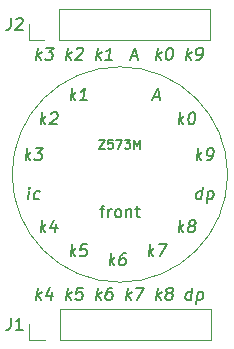
<source format=gbr>
%TF.GenerationSoftware,KiCad,Pcbnew,(6.0.8-1)-1*%
%TF.CreationDate,2022-12-31T23:42:21-07:00*%
%TF.ProjectId,Z573M-tube,5a353733-4d2d-4747-9562-652e6b696361,rev?*%
%TF.SameCoordinates,Original*%
%TF.FileFunction,Legend,Top*%
%TF.FilePolarity,Positive*%
%FSLAX46Y46*%
G04 Gerber Fmt 4.6, Leading zero omitted, Abs format (unit mm)*
G04 Created by KiCad (PCBNEW (6.0.8-1)-1) date 2022-12-31 23:42:21*
%MOMM*%
%LPD*%
G01*
G04 APERTURE LIST*
%ADD10C,0.203200*%
%ADD11C,0.150000*%
%ADD12C,0.152400*%
%ADD13C,0.120000*%
G04 APERTURE END LIST*
D10*
X158000669Y-66499619D02*
X158127669Y-65483619D01*
X158145812Y-66112571D02*
X158387717Y-66499619D01*
X158472384Y-65822285D02*
X158036955Y-66209333D01*
X158871526Y-66499619D02*
X159065050Y-66499619D01*
X159167860Y-66451238D01*
X159222288Y-66402857D01*
X159337193Y-66257714D01*
X159409765Y-66064190D01*
X159458145Y-65677142D01*
X159421860Y-65580380D01*
X159379526Y-65532000D01*
X159288812Y-65483619D01*
X159095288Y-65483619D01*
X158992479Y-65532000D01*
X158938050Y-65580380D01*
X158877574Y-65677142D01*
X158847336Y-65919047D01*
X158883622Y-66015809D01*
X158925955Y-66064190D01*
X159016669Y-66112571D01*
X159210193Y-66112571D01*
X159313003Y-66064190D01*
X159367431Y-66015809D01*
X159427907Y-65919047D01*
X155460669Y-66499619D02*
X155587669Y-65483619D01*
X155605812Y-66112571D02*
X155847717Y-66499619D01*
X155932384Y-65822285D02*
X155496955Y-66209333D01*
X156603669Y-65483619D02*
X156700431Y-65483619D01*
X156791145Y-65532000D01*
X156833479Y-65580380D01*
X156869765Y-65677142D01*
X156893955Y-65870666D01*
X156863717Y-66112571D01*
X156791145Y-66306095D01*
X156730669Y-66402857D01*
X156676241Y-66451238D01*
X156573431Y-66499619D01*
X156476669Y-66499619D01*
X156385955Y-66451238D01*
X156343622Y-66402857D01*
X156307336Y-66306095D01*
X156283145Y-66112571D01*
X156313384Y-65870666D01*
X156385955Y-65677142D01*
X156446431Y-65580380D01*
X156500860Y-65532000D01*
X156603669Y-65483619D01*
X153368193Y-66209333D02*
X153852003Y-66209333D01*
X153235145Y-66499619D02*
X153700812Y-65483619D01*
X153912479Y-66499619D01*
X150380669Y-66499619D02*
X150507669Y-65483619D01*
X150525812Y-66112571D02*
X150767717Y-66499619D01*
X150852384Y-65822285D02*
X150416955Y-66209333D01*
X151735336Y-66499619D02*
X151154765Y-66499619D01*
X151445050Y-66499619D02*
X151572050Y-65483619D01*
X151457145Y-65628761D01*
X151348288Y-65725523D01*
X151245479Y-65773904D01*
X147840669Y-66499619D02*
X147967669Y-65483619D01*
X147985812Y-66112571D02*
X148227717Y-66499619D01*
X148312384Y-65822285D02*
X147876955Y-66209333D01*
X148729669Y-65580380D02*
X148784098Y-65532000D01*
X148886907Y-65483619D01*
X149128812Y-65483619D01*
X149219526Y-65532000D01*
X149261860Y-65580380D01*
X149298145Y-65677142D01*
X149286050Y-65773904D01*
X149219526Y-65919047D01*
X148566384Y-66499619D01*
X149195336Y-66499619D01*
X145300669Y-66499619D02*
X145427669Y-65483619D01*
X145445812Y-66112571D02*
X145687717Y-66499619D01*
X145772384Y-65822285D02*
X145336955Y-66209333D01*
X146153384Y-65483619D02*
X146782336Y-65483619D01*
X146395288Y-65870666D01*
X146540431Y-65870666D01*
X146631145Y-65919047D01*
X146673479Y-65967428D01*
X146709765Y-66064190D01*
X146679526Y-66306095D01*
X146619050Y-66402857D01*
X146564622Y-66451238D01*
X146461812Y-66499619D01*
X146171526Y-66499619D01*
X146080812Y-66451238D01*
X146038479Y-66402857D01*
X158411907Y-86819619D02*
X158538907Y-85803619D01*
X158417955Y-86771238D02*
X158315145Y-86819619D01*
X158121622Y-86819619D01*
X158030907Y-86771238D01*
X157988574Y-86722857D01*
X157952288Y-86626095D01*
X157988574Y-86335809D01*
X158049050Y-86239047D01*
X158103479Y-86190666D01*
X158206288Y-86142285D01*
X158399812Y-86142285D01*
X158490526Y-86190666D01*
X158980384Y-86142285D02*
X158853384Y-87158285D01*
X158974336Y-86190666D02*
X159077145Y-86142285D01*
X159270669Y-86142285D01*
X159361384Y-86190666D01*
X159403717Y-86239047D01*
X159440003Y-86335809D01*
X159403717Y-86626095D01*
X159343241Y-86722857D01*
X159288812Y-86771238D01*
X159186003Y-86819619D01*
X158992479Y-86819619D01*
X158901765Y-86771238D01*
X155460669Y-86819619D02*
X155587669Y-85803619D01*
X155605812Y-86432571D02*
X155847717Y-86819619D01*
X155932384Y-86142285D02*
X155496955Y-86529333D01*
X156500860Y-86239047D02*
X156410145Y-86190666D01*
X156367812Y-86142285D01*
X156331526Y-86045523D01*
X156337574Y-85997142D01*
X156398050Y-85900380D01*
X156452479Y-85852000D01*
X156555288Y-85803619D01*
X156748812Y-85803619D01*
X156839526Y-85852000D01*
X156881860Y-85900380D01*
X156918145Y-85997142D01*
X156912098Y-86045523D01*
X156851622Y-86142285D01*
X156797193Y-86190666D01*
X156694384Y-86239047D01*
X156500860Y-86239047D01*
X156398050Y-86287428D01*
X156343622Y-86335809D01*
X156283145Y-86432571D01*
X156258955Y-86626095D01*
X156295241Y-86722857D01*
X156337574Y-86771238D01*
X156428288Y-86819619D01*
X156621812Y-86819619D01*
X156724622Y-86771238D01*
X156779050Y-86722857D01*
X156839526Y-86626095D01*
X156863717Y-86432571D01*
X156827431Y-86335809D01*
X156785098Y-86287428D01*
X156694384Y-86239047D01*
X152920669Y-86819619D02*
X153047669Y-85803619D01*
X153065812Y-86432571D02*
X153307717Y-86819619D01*
X153392384Y-86142285D02*
X152956955Y-86529333D01*
X153773384Y-85803619D02*
X154450717Y-85803619D01*
X153888288Y-86819619D01*
X150380669Y-86819619D02*
X150507669Y-85803619D01*
X150525812Y-86432571D02*
X150767717Y-86819619D01*
X150852384Y-86142285D02*
X150416955Y-86529333D01*
X151765574Y-85803619D02*
X151572050Y-85803619D01*
X151469241Y-85852000D01*
X151414812Y-85900380D01*
X151299907Y-86045523D01*
X151227336Y-86239047D01*
X151178955Y-86626095D01*
X151215241Y-86722857D01*
X151257574Y-86771238D01*
X151348288Y-86819619D01*
X151541812Y-86819619D01*
X151644622Y-86771238D01*
X151699050Y-86722857D01*
X151759526Y-86626095D01*
X151789765Y-86384190D01*
X151753479Y-86287428D01*
X151711145Y-86239047D01*
X151620431Y-86190666D01*
X151426907Y-86190666D01*
X151324098Y-86239047D01*
X151269669Y-86287428D01*
X151209193Y-86384190D01*
X147840669Y-86819619D02*
X147967669Y-85803619D01*
X147985812Y-86432571D02*
X148227717Y-86819619D01*
X148312384Y-86142285D02*
X147876955Y-86529333D01*
X149273955Y-85803619D02*
X148790145Y-85803619D01*
X148681288Y-86287428D01*
X148735717Y-86239047D01*
X148838526Y-86190666D01*
X149080431Y-86190666D01*
X149171145Y-86239047D01*
X149213479Y-86287428D01*
X149249765Y-86384190D01*
X149219526Y-86626095D01*
X149159050Y-86722857D01*
X149104622Y-86771238D01*
X149001812Y-86819619D01*
X148759907Y-86819619D01*
X148669193Y-86771238D01*
X148626860Y-86722857D01*
X145300669Y-86819619D02*
X145427669Y-85803619D01*
X145445812Y-86432571D02*
X145687717Y-86819619D01*
X145772384Y-86142285D02*
X145336955Y-86529333D01*
X146643241Y-86142285D02*
X146558574Y-86819619D01*
X146449717Y-85755238D02*
X146117098Y-86480952D01*
X146746050Y-86480952D01*
D11*
X150709523Y-79160714D02*
X151090476Y-79160714D01*
X150852380Y-79827380D02*
X150852380Y-78970238D01*
X150900000Y-78875000D01*
X150995238Y-78827380D01*
X151090476Y-78827380D01*
X151423809Y-79827380D02*
X151423809Y-79160714D01*
X151423809Y-79351190D02*
X151471428Y-79255952D01*
X151519047Y-79208333D01*
X151614285Y-79160714D01*
X151709523Y-79160714D01*
X152185714Y-79827380D02*
X152090476Y-79779761D01*
X152042857Y-79732142D01*
X151995238Y-79636904D01*
X151995238Y-79351190D01*
X152042857Y-79255952D01*
X152090476Y-79208333D01*
X152185714Y-79160714D01*
X152328571Y-79160714D01*
X152423809Y-79208333D01*
X152471428Y-79255952D01*
X152519047Y-79351190D01*
X152519047Y-79636904D01*
X152471428Y-79732142D01*
X152423809Y-79779761D01*
X152328571Y-79827380D01*
X152185714Y-79827380D01*
X152947619Y-79160714D02*
X152947619Y-79827380D01*
X152947619Y-79255952D02*
X152995238Y-79208333D01*
X153090476Y-79160714D01*
X153233333Y-79160714D01*
X153328571Y-79208333D01*
X153376190Y-79303571D01*
X153376190Y-79827380D01*
X153709523Y-79160714D02*
X154090476Y-79160714D01*
X153852380Y-78827380D02*
X153852380Y-79684523D01*
X153900000Y-79779761D01*
X153995238Y-79827380D01*
X154090476Y-79827380D01*
%TO.C,J2*%
X143176666Y-62952380D02*
X143176666Y-63666666D01*
X143129047Y-63809523D01*
X143033809Y-63904761D01*
X142890952Y-63952380D01*
X142795714Y-63952380D01*
X143605238Y-63047619D02*
X143652857Y-63000000D01*
X143748095Y-62952380D01*
X143986190Y-62952380D01*
X144081428Y-63000000D01*
X144129047Y-63047619D01*
X144176666Y-63142857D01*
X144176666Y-63238095D01*
X144129047Y-63380952D01*
X143557619Y-63952380D01*
X144176666Y-63952380D01*
%TO.C,J1*%
X143176666Y-88352380D02*
X143176666Y-89066666D01*
X143129047Y-89209523D01*
X143033809Y-89304761D01*
X142890952Y-89352380D01*
X142795714Y-89352380D01*
X144176666Y-89352380D02*
X143605238Y-89352380D01*
X143890952Y-89352380D02*
X143890952Y-88352380D01*
X143795714Y-88495238D01*
X143700476Y-88590476D01*
X143605238Y-88638095D01*
D10*
%TO.C,Version 2.0*%
X157365669Y-81104619D02*
X157492669Y-80088619D01*
X157510812Y-80717571D02*
X157752717Y-81104619D01*
X157837384Y-80427285D02*
X157401955Y-80814333D01*
X158405860Y-80524047D02*
X158315145Y-80475666D01*
X158272812Y-80427285D01*
X158236526Y-80330523D01*
X158242574Y-80282142D01*
X158303050Y-80185380D01*
X158357479Y-80137000D01*
X158460288Y-80088619D01*
X158653812Y-80088619D01*
X158744526Y-80137000D01*
X158786860Y-80185380D01*
X158823145Y-80282142D01*
X158817098Y-80330523D01*
X158756622Y-80427285D01*
X158702193Y-80475666D01*
X158599384Y-80524047D01*
X158405860Y-80524047D01*
X158303050Y-80572428D01*
X158248622Y-80620809D01*
X158188145Y-80717571D01*
X158163955Y-80911095D01*
X158200241Y-81007857D01*
X158242574Y-81056238D01*
X158333288Y-81104619D01*
X158526812Y-81104619D01*
X158629622Y-81056238D01*
X158684050Y-81007857D01*
X158744526Y-80911095D01*
X158768717Y-80717571D01*
X158732431Y-80620809D01*
X158690098Y-80572428D01*
X158599384Y-80524047D01*
X145681669Y-71960619D02*
X145808669Y-70944619D01*
X145826812Y-71573571D02*
X146068717Y-71960619D01*
X146153384Y-71283285D02*
X145717955Y-71670333D01*
X146570669Y-71041380D02*
X146625098Y-70993000D01*
X146727907Y-70944619D01*
X146969812Y-70944619D01*
X147060526Y-70993000D01*
X147102860Y-71041380D01*
X147139145Y-71138142D01*
X147127050Y-71234904D01*
X147060526Y-71380047D01*
X146407384Y-71960619D01*
X147036336Y-71960619D01*
X144629384Y-78310619D02*
X144714050Y-77633285D01*
X144756384Y-77294619D02*
X144701955Y-77343000D01*
X144744288Y-77391380D01*
X144798717Y-77343000D01*
X144756384Y-77294619D01*
X144744288Y-77391380D01*
X145554669Y-78262238D02*
X145451860Y-78310619D01*
X145258336Y-78310619D01*
X145167622Y-78262238D01*
X145125288Y-78213857D01*
X145089003Y-78117095D01*
X145125288Y-77826809D01*
X145185765Y-77730047D01*
X145240193Y-77681666D01*
X145343003Y-77633285D01*
X145536526Y-77633285D01*
X145627241Y-77681666D01*
X144411669Y-75008619D02*
X144538669Y-73992619D01*
X144556812Y-74621571D02*
X144798717Y-75008619D01*
X144883384Y-74331285D02*
X144447955Y-74718333D01*
X145264384Y-73992619D02*
X145893336Y-73992619D01*
X145506288Y-74379666D01*
X145651431Y-74379666D01*
X145742145Y-74428047D01*
X145784479Y-74476428D01*
X145820765Y-74573190D01*
X145790526Y-74815095D01*
X145730050Y-74911857D01*
X145675622Y-74960238D01*
X145572812Y-75008619D01*
X145282526Y-75008619D01*
X145191812Y-74960238D01*
X145149479Y-74911857D01*
X145681669Y-81104619D02*
X145808669Y-80088619D01*
X145826812Y-80717571D02*
X146068717Y-81104619D01*
X146153384Y-80427285D02*
X145717955Y-80814333D01*
X147024241Y-80427285D02*
X146939574Y-81104619D01*
X146830717Y-80040238D02*
X146498098Y-80765952D01*
X147127050Y-80765952D01*
X157365669Y-71960619D02*
X157492669Y-70944619D01*
X157510812Y-71573571D02*
X157752717Y-71960619D01*
X157837384Y-71283285D02*
X157401955Y-71670333D01*
X158508669Y-70944619D02*
X158605431Y-70944619D01*
X158696145Y-70993000D01*
X158738479Y-71041380D01*
X158774765Y-71138142D01*
X158798955Y-71331666D01*
X158768717Y-71573571D01*
X158696145Y-71767095D01*
X158635669Y-71863857D01*
X158581241Y-71912238D01*
X158478431Y-71960619D01*
X158381669Y-71960619D01*
X158290955Y-71912238D01*
X158248622Y-71863857D01*
X158212336Y-71767095D01*
X158188145Y-71573571D01*
X158218384Y-71331666D01*
X158290955Y-71138142D01*
X158351431Y-71041380D01*
X158405860Y-70993000D01*
X158508669Y-70944619D01*
X148221669Y-69928619D02*
X148348669Y-68912619D01*
X148366812Y-69541571D02*
X148608717Y-69928619D01*
X148693384Y-69251285D02*
X148257955Y-69638333D01*
X149576336Y-69928619D02*
X148995765Y-69928619D01*
X149286050Y-69928619D02*
X149413050Y-68912619D01*
X149298145Y-69057761D01*
X149189288Y-69154523D01*
X149086479Y-69202904D01*
X158889669Y-75008619D02*
X159016669Y-73992619D01*
X159034812Y-74621571D02*
X159276717Y-75008619D01*
X159361384Y-74331285D02*
X158925955Y-74718333D01*
X159760526Y-75008619D02*
X159954050Y-75008619D01*
X160056860Y-74960238D01*
X160111288Y-74911857D01*
X160226193Y-74766714D01*
X160298765Y-74573190D01*
X160347145Y-74186142D01*
X160310860Y-74089380D01*
X160268526Y-74041000D01*
X160177812Y-73992619D01*
X159984288Y-73992619D01*
X159881479Y-74041000D01*
X159827050Y-74089380D01*
X159766574Y-74186142D01*
X159736336Y-74428047D01*
X159772622Y-74524809D01*
X159814955Y-74573190D01*
X159905669Y-74621571D01*
X160099193Y-74621571D01*
X160202003Y-74573190D01*
X160256431Y-74524809D01*
X160316907Y-74428047D01*
X159300907Y-78310619D02*
X159427907Y-77294619D01*
X159306955Y-78262238D02*
X159204145Y-78310619D01*
X159010622Y-78310619D01*
X158919907Y-78262238D01*
X158877574Y-78213857D01*
X158841288Y-78117095D01*
X158877574Y-77826809D01*
X158938050Y-77730047D01*
X158992479Y-77681666D01*
X159095288Y-77633285D01*
X159288812Y-77633285D01*
X159379526Y-77681666D01*
X159869384Y-77633285D02*
X159742384Y-78649285D01*
X159863336Y-77681666D02*
X159966145Y-77633285D01*
X160159669Y-77633285D01*
X160250384Y-77681666D01*
X160292717Y-77730047D01*
X160329003Y-77826809D01*
X160292717Y-78117095D01*
X160232241Y-78213857D01*
X160177812Y-78262238D01*
X160075003Y-78310619D01*
X159881479Y-78310619D01*
X159790765Y-78262238D01*
X155273193Y-69638333D02*
X155757003Y-69638333D01*
X155140145Y-69928619D02*
X155605812Y-68912619D01*
X155817479Y-69928619D01*
X151523669Y-83898619D02*
X151650669Y-82882619D01*
X151668812Y-83511571D02*
X151910717Y-83898619D01*
X151995384Y-83221285D02*
X151559955Y-83608333D01*
X152908574Y-82882619D02*
X152715050Y-82882619D01*
X152612241Y-82931000D01*
X152557812Y-82979380D01*
X152442907Y-83124523D01*
X152370336Y-83318047D01*
X152321955Y-83705095D01*
X152358241Y-83801857D01*
X152400574Y-83850238D01*
X152491288Y-83898619D01*
X152684812Y-83898619D01*
X152787622Y-83850238D01*
X152842050Y-83801857D01*
X152902526Y-83705095D01*
X152932765Y-83463190D01*
X152896479Y-83366428D01*
X152854145Y-83318047D01*
X152763431Y-83269666D01*
X152569907Y-83269666D01*
X152467098Y-83318047D01*
X152412669Y-83366428D01*
X152352193Y-83463190D01*
X148221669Y-83136619D02*
X148348669Y-82120619D01*
X148366812Y-82749571D02*
X148608717Y-83136619D01*
X148693384Y-82459285D02*
X148257955Y-82846333D01*
X149654955Y-82120619D02*
X149171145Y-82120619D01*
X149062288Y-82604428D01*
X149116717Y-82556047D01*
X149219526Y-82507666D01*
X149461431Y-82507666D01*
X149552145Y-82556047D01*
X149594479Y-82604428D01*
X149630765Y-82701190D01*
X149600526Y-82943095D01*
X149540050Y-83039857D01*
X149485622Y-83088238D01*
X149382812Y-83136619D01*
X149140907Y-83136619D01*
X149050193Y-83088238D01*
X149007860Y-83039857D01*
X154825669Y-83136619D02*
X154952669Y-82120619D01*
X154970812Y-82749571D02*
X155212717Y-83136619D01*
X155297384Y-82459285D02*
X154861955Y-82846333D01*
X155678384Y-82120619D02*
X156355717Y-82120619D01*
X155793288Y-83136619D01*
D12*
X150622000Y-73242714D02*
X151130000Y-73242714D01*
X150622000Y-74004714D01*
X151130000Y-74004714D01*
X151783142Y-73242714D02*
X151420285Y-73242714D01*
X151384000Y-73605571D01*
X151420285Y-73569285D01*
X151492857Y-73533000D01*
X151674285Y-73533000D01*
X151746857Y-73569285D01*
X151783142Y-73605571D01*
X151819428Y-73678142D01*
X151819428Y-73859571D01*
X151783142Y-73932142D01*
X151746857Y-73968428D01*
X151674285Y-74004714D01*
X151492857Y-74004714D01*
X151420285Y-73968428D01*
X151384000Y-73932142D01*
X152073428Y-73242714D02*
X152581428Y-73242714D01*
X152254857Y-74004714D01*
X152799142Y-73242714D02*
X153270857Y-73242714D01*
X153016857Y-73533000D01*
X153125714Y-73533000D01*
X153198285Y-73569285D01*
X153234571Y-73605571D01*
X153270857Y-73678142D01*
X153270857Y-73859571D01*
X153234571Y-73932142D01*
X153198285Y-73968428D01*
X153125714Y-74004714D01*
X152908000Y-74004714D01*
X152835428Y-73968428D01*
X152799142Y-73932142D01*
X153597428Y-74004714D02*
X153597428Y-73242714D01*
X153851428Y-73787000D01*
X154105428Y-73242714D01*
X154105428Y-74004714D01*
D13*
%TO.C,J2*%
X160045162Y-64814132D02*
X160045162Y-62154132D01*
X147285162Y-64814132D02*
X160045162Y-64814132D01*
X147285162Y-64814132D02*
X147285162Y-62154132D01*
X147285162Y-62154132D02*
X160045162Y-62154132D01*
X146015162Y-64814132D02*
X144685162Y-64814132D01*
X144685162Y-64814132D02*
X144685162Y-63484132D01*
%TO.C,J1*%
X147329485Y-90211027D02*
X160089485Y-90211027D01*
X144729485Y-90211027D02*
X144729485Y-88881027D01*
X160089485Y-90211027D02*
X160089485Y-87551027D01*
X147329485Y-90211027D02*
X147329485Y-87551027D01*
X147329485Y-87551027D02*
X160089485Y-87551027D01*
X146059485Y-90211027D02*
X144729485Y-90211027D01*
%TO.C,Version 2.0*%
X161520000Y-76200000D02*
G75*
G03*
X161520000Y-76200000I-9120000J0D01*
G01*
%TD*%
M02*

</source>
